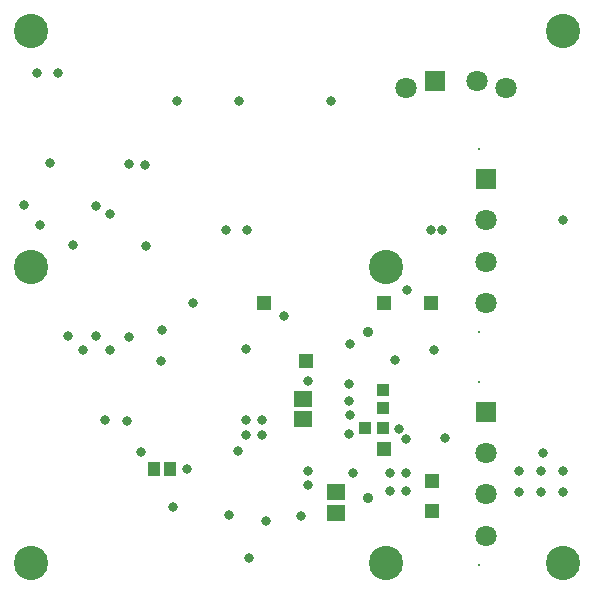
<source format=gbs>
G04*
G04 #@! TF.GenerationSoftware,Altium Limited,Altium Designer,18.1.6 (161)*
G04*
G04 Layer_Color=16711935*
%FSLAX25Y25*%
%MOIN*%
G70*
G01*
G75*
%ADD40R,0.04143X0.04537*%
%ADD58R,0.04147X0.04147*%
%ADD59R,0.04147X0.04147*%
%ADD62C,0.03556*%
%ADD63C,0.00800*%
%ADD64C,0.07099*%
%ADD65R,0.07099X0.07099*%
%ADD66C,0.11430*%
%ADD67R,0.07099X0.07099*%
%ADD68C,0.03162*%
%ADD79R,0.06312X0.05328*%
%ADD80R,0.04737X0.04737*%
%ADD81R,0.04737X0.04737*%
D40*
X50886Y40945D02*
D03*
X56201D02*
D03*
D58*
X127165Y67438D02*
D03*
Y61336D02*
D03*
D59*
X120965Y54724D02*
D03*
X127067D02*
D03*
D62*
X122047Y86811D02*
D03*
Y31299D02*
D03*
D63*
X158937Y86614D02*
D03*
Y147638D02*
D03*
Y70079D02*
D03*
Y9055D02*
D03*
D64*
X161417Y96457D02*
D03*
Y110236D02*
D03*
Y124016D02*
D03*
X168110Y167992D02*
D03*
X134646D02*
D03*
X158268Y170472D02*
D03*
X161417Y46457D02*
D03*
Y32677D02*
D03*
Y18898D02*
D03*
D65*
Y137795D02*
D03*
Y60236D02*
D03*
D66*
X9843Y108268D02*
D03*
X127953D02*
D03*
Y9843D02*
D03*
X9843D02*
D03*
X187008D02*
D03*
X187008Y187008D02*
D03*
X9843D02*
D03*
D67*
X144488Y170472D02*
D03*
D68*
X146806Y120866D02*
D03*
X143164Y120731D02*
D03*
X134885Y51181D02*
D03*
X88090Y23622D02*
D03*
X99903Y25475D02*
D03*
X53248Y87402D02*
D03*
X94095Y92189D02*
D03*
X134646Y33858D02*
D03*
Y39764D02*
D03*
X63779Y96457D02*
D03*
X61811Y40945D02*
D03*
X131102Y77559D02*
D03*
X144095Y80709D02*
D03*
X115748Y52756D02*
D03*
X132283Y54331D02*
D03*
X172441Y33465D02*
D03*
X179724D02*
D03*
X187008D02*
D03*
Y40551D02*
D03*
X179724D02*
D03*
X172441D02*
D03*
X135039Y100787D02*
D03*
X147638Y51575D02*
D03*
X53150Y77165D02*
D03*
X129528Y39764D02*
D03*
X180512Y46260D02*
D03*
X18701Y173228D02*
D03*
X11811D02*
D03*
X42323Y142717D02*
D03*
X7480Y129134D02*
D03*
X48031Y115354D02*
D03*
X47638Y142520D02*
D03*
X31496Y85433D02*
D03*
X78642Y46949D02*
D03*
X27165Y80709D02*
D03*
X36220D02*
D03*
X23622Y115748D02*
D03*
X42323Y85039D02*
D03*
X115748Y63779D02*
D03*
Y69291D02*
D03*
X81496Y57480D02*
D03*
X86614D02*
D03*
X81496Y52362D02*
D03*
X86614D02*
D03*
X129528Y33858D02*
D03*
X116929Y39764D02*
D03*
X101969Y40551D02*
D03*
Y35827D02*
D03*
X81496Y81102D02*
D03*
X101969Y70472D02*
D03*
X22047Y85433D02*
D03*
X46457Y46850D02*
D03*
X41732Y57087D02*
D03*
X82347Y11417D02*
D03*
X57087Y28346D02*
D03*
X75591Y25772D02*
D03*
X16142Y142913D02*
D03*
X12598Y122441D02*
D03*
X31496Y128740D02*
D03*
X36220Y125984D02*
D03*
X79134Y163779D02*
D03*
X58268D02*
D03*
X109843D02*
D03*
X74803Y120866D02*
D03*
X81890D02*
D03*
X116142Y82677D02*
D03*
X34252Y57480D02*
D03*
X116144Y59055D02*
D03*
X187008Y124016D02*
D03*
D79*
X100394Y64468D02*
D03*
Y57579D02*
D03*
X111417Y26476D02*
D03*
Y33366D02*
D03*
D80*
X101575Y77165D02*
D03*
X87402Y96457D02*
D03*
X143307Y37008D02*
D03*
X142913Y96457D02*
D03*
X127559D02*
D03*
X143307Y27165D02*
D03*
D81*
X127559Y47638D02*
D03*
M02*

</source>
